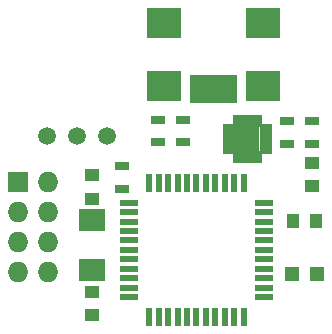
<source format=gts>
G04 #@! TF.FileFunction,Soldermask,Top*
%FSLAX46Y46*%
G04 Gerber Fmt 4.6, Leading zero omitted, Abs format (unit mm)*
G04 Created by KiCad (PCBNEW 4.0.4+e1-6308~48~ubuntu16.04.1-stable) date Tue Nov 15 18:16:49 2016*
%MOMM*%
%LPD*%
G01*
G04 APERTURE LIST*
%ADD10C,0.100000*%
%ADD11R,1.250000X1.000000*%
%ADD12R,1.000000X1.250000*%
%ADD13R,1.198880X1.198880*%
%ADD14C,1.500000*%
%ADD15R,1.300000X0.700000*%
%ADD16R,0.550000X1.500000*%
%ADD17R,1.500000X0.550000*%
%ADD18R,1.727200X1.727200*%
%ADD19O,1.727200X1.727200*%
%ADD20R,2.900000X2.600000*%
%ADD21R,0.900000X2.400000*%
%ADD22R,2.200000X1.900000*%
%ADD23R,0.600000X1.100000*%
%ADD24R,1.100000X0.600000*%
%ADD25R,2.000000X2.150000*%
G04 APERTURE END LIST*
D10*
D11*
X149225000Y-112141000D03*
X149225000Y-114141000D03*
X149225000Y-104292400D03*
X149225000Y-102292400D03*
D12*
X166259000Y-106172000D03*
X168259000Y-106172000D03*
D11*
X167894000Y-101235000D03*
X167894000Y-103235000D03*
D13*
X168308020Y-110617000D03*
X166209980Y-110617000D03*
D14*
X145415000Y-98933000D03*
X147955000Y-98933000D03*
X150495000Y-98933000D03*
D15*
X151765000Y-103439000D03*
X151765000Y-101539000D03*
X156972000Y-97599500D03*
X156972000Y-99499500D03*
X154813000Y-97602000D03*
X154813000Y-99502000D03*
X167894000Y-99629000D03*
X167894000Y-97729000D03*
X165735000Y-99629000D03*
X165735000Y-97729000D03*
D16*
X162100000Y-102910000D03*
X161300000Y-102910000D03*
X160500000Y-102910000D03*
X159700000Y-102910000D03*
X158900000Y-102910000D03*
X158100000Y-102910000D03*
X157300000Y-102910000D03*
X156500000Y-102910000D03*
X155700000Y-102910000D03*
X154900000Y-102910000D03*
X154100000Y-102910000D03*
D17*
X152400000Y-104610000D03*
X152400000Y-105410000D03*
X152400000Y-106210000D03*
X152400000Y-107010000D03*
X152400000Y-107810000D03*
X152400000Y-108610000D03*
X152400000Y-109410000D03*
X152400000Y-110210000D03*
X152400000Y-111010000D03*
X152400000Y-111810000D03*
X152400000Y-112610000D03*
D16*
X154100000Y-114310000D03*
X154900000Y-114310000D03*
X155700000Y-114310000D03*
X156500000Y-114310000D03*
X157300000Y-114310000D03*
X158100000Y-114310000D03*
X158900000Y-114310000D03*
X159700000Y-114310000D03*
X160500000Y-114310000D03*
X161300000Y-114310000D03*
X162100000Y-114310000D03*
D17*
X163800000Y-112610000D03*
X163800000Y-111810000D03*
X163800000Y-111010000D03*
X163800000Y-110210000D03*
X163800000Y-109410000D03*
X163800000Y-108610000D03*
X163800000Y-107810000D03*
X163800000Y-107010000D03*
X163800000Y-106210000D03*
X163800000Y-105410000D03*
X163800000Y-104610000D03*
D18*
X143002000Y-102870000D03*
D19*
X145542000Y-102870000D03*
X143002000Y-105410000D03*
X145542000Y-105410000D03*
X143002000Y-107950000D03*
X145542000Y-107950000D03*
X143002000Y-110490000D03*
X145542000Y-110490000D03*
D20*
X163740000Y-94710000D03*
X155340000Y-94710000D03*
X163740000Y-89410000D03*
X155340000Y-89410000D03*
D21*
X161140000Y-94960000D03*
X160340000Y-94960000D03*
X159540000Y-94960000D03*
X158740000Y-94960000D03*
X157940000Y-94960000D03*
D22*
X149225000Y-110321200D03*
X149225000Y-106121200D03*
D23*
X163414042Y-97666352D03*
X163014042Y-97666352D03*
X162614042Y-97666352D03*
X162214042Y-97666352D03*
X161814042Y-97666352D03*
X161414042Y-97666352D03*
D24*
X160864042Y-98216352D03*
X160864042Y-98616352D03*
X160864042Y-99016352D03*
X160864042Y-99416352D03*
X160864042Y-99816352D03*
X160864042Y-100216352D03*
D23*
X161414042Y-100766352D03*
X161814042Y-100766352D03*
X162214042Y-100766352D03*
X162614042Y-100766352D03*
X163014042Y-100766352D03*
X163414042Y-100766352D03*
D24*
X163964042Y-100216352D03*
X163964042Y-99816352D03*
X163964042Y-99416352D03*
X163964042Y-99016352D03*
X163964042Y-98616352D03*
X163964042Y-98216352D03*
D25*
X162414042Y-99216352D03*
M02*

</source>
